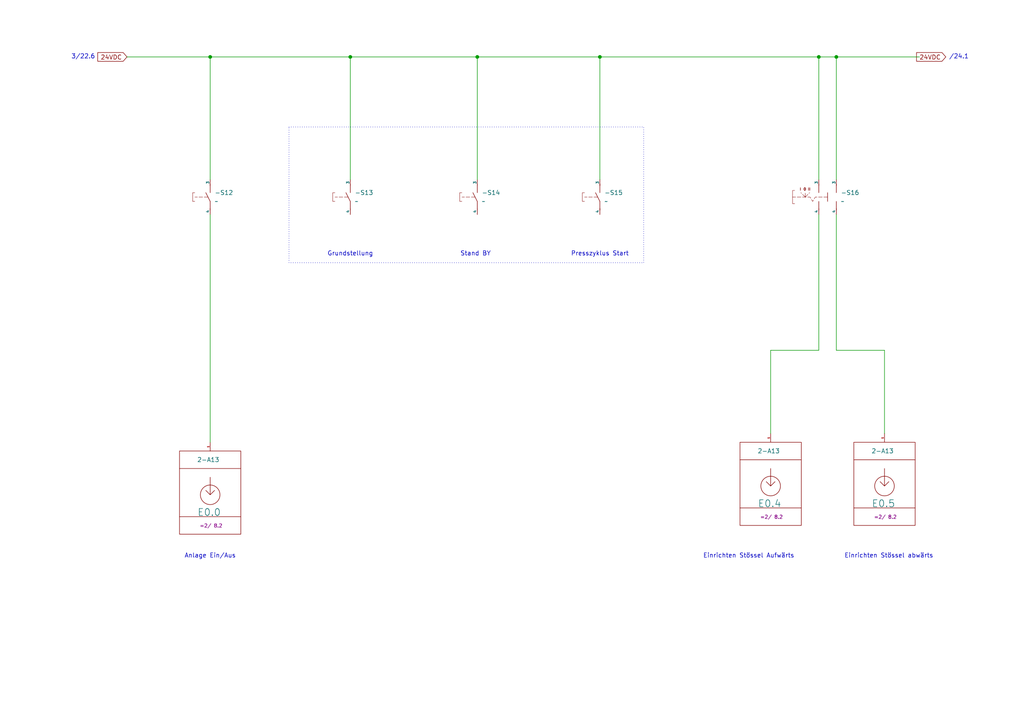
<source format=kicad_sch>
(kicad_sch (version 20250114) (generator "eeschema") (generator_version "9.0")
  (paper "A4")
  (title_block (comment 4 "11"))
  (lib_symbols
    (symbol "standart:PLC_IN_(E)" (on_board no)
      (property "Reference" "-E" (at -6.35 10.16 0))
      (property "Target" "=Gruppe/ Seite.Pfad" (at 0.254 -8.382 0))
      (symbol "PLC_IN_(E)_0_1"
        (rectangle (start -8.89 12.7) (end 8.89 -11.43))
        (polyline (pts (xy -8.89 7.62) (xy 8.89 7.62)))
        (polyline (pts (xy -8.89 -6.35) (xy 8.89 -6.35)))
        (polyline (pts (xy 0 5.08) (xy 0 0) (xy 1.27 1.27) (xy 0 0) (xy -1.27 1.27)))
        (circle (center 0 0) (radius 2.8398))
      )
      (symbol "PLC_IN_(E)_1_1"
        (pin input line (at 0 15.24 270) (length 2.54) (name "") (number "1"))
      )
    )
    (symbol "standart:Schalter_I-0-II_(S)_NO_1" (pin_numbers (hide yes)) (pin_names (offset 0))
      (property "Reference" "-S" (at -6.35 4.826 0))
      (symbol "Schalter_I-0-II_(S)_NO_1_0_1"
        (polyline (pts (xy 0 1.27) (xy 0 3.81)))
        (polyline (pts (xy 0 1.27) (xy 0 1.27)))
        (polyline (pts (xy 0 -1.27) (xy 0 -3.81)))
        (polyline (pts (xy 5.08 1.27) (xy 5.08 3.81)))
        (polyline (pts (xy 5.08 1.27) (xy 5.08 1.27)))
        (polyline (pts (xy 5.08 -1.27) (xy 5.08 -3.81)))
      )
      (symbol "Schalter_I-0-II_(S)_NO_1_1_1"
        (polyline (pts (xy -6.985 1.905) (xy -7.62 1.905) (xy -7.62 -1.905) (xy -6.985 -1.905)) (stroke (width 0.1016)))
        (polyline (pts (xy -3.937 0) (xy -5.207 1.27)) (stroke (width 0.1016) (type dash)))
        (polyline (pts (xy -3.937 0) (xy -3.937 1.27)) (stroke (width 0.1016) (type dash)))
        (polyline (pts (xy -3.937 0) (xy -2.667 1.27)) (stroke (width 0.1016) (type dash)))
        (polyline (pts (xy 2.54 0) (xy -1.016 0) (xy -1.778 -1.27) (xy -2.54 0) (xy -7.62 0)) (stroke (width 0.1016) (type dash)))
        (polyline (pts (xy 2.54 -1.27) (xy 2.54 1.27)))
        (text "I" (at -5.334 2.286 0) (effects (font (size 0.762 0.762))))
        (text "0" (at -4.064 2.286 0) (effects (font (size 0.762 0.762))))
        (text "II" (at -2.794 2.286 0) (effects (font (size 0.762 0.762))))
        (pin passive line (at 0 5.08 270) (length 1.778) (name "3") (number "3"))
        (pin passive line (at 0 -5.08 90) (length 1.778) (name "4") (number "4"))
        (pin passive line (at 5.08 5.08 270) (length 1.778) (name "3") (number "3"))
        (pin passive line (at 5.08 -5.08 90) (length 1.778) (name "4") (number "4"))
      )
    )
    (symbol "standart:Taster_(S)_NO" (pin_numbers (hide yes)) (pin_names (offset 0))
      (property "Reference" "-S" (at -7.874 5.588 0))
      (symbol "Taster_(S)_NO_0_1"
        (polyline (pts (xy 0 1.27) (xy 0 3.81)))
        (polyline (pts (xy 0 1.27) (xy 0 1.27)))
        (polyline (pts (xy 0 -1.27) (xy -1.27 1.27)))
        (polyline (pts (xy 0 -1.27) (xy 0 -3.81)))
      )
      (symbol "Taster_(S)_NO_1_1"
        (polyline (pts (xy -4.445 -1.27) (xy -5.08 -1.27) (xy -5.08 1.27) (xy -4.445 1.27)) (stroke (width 0.1016)))
        (polyline (pts (xy -0.635 0) (xy -4.445 0)) (stroke (width 0.1016) (type dash)))
        (pin passive line (at 0 5.08 270) (length 1.778) (name "3") (number "3"))
        (pin passive line (at 0 -5.08 90) (length 1.778) (name "4") (number "4"))
      )
    )
  )
  (rectangle (start 83.82 36.83) (end 186.69 76.2) (stroke (width 0) (type dot)))
  (text "/24.1" (at 278.13 16.51 0) (effects (font (size 1.27 1.27))))
  (text "3/22.6" (at 24.13 16.51 0) (effects (font (size 1.27 1.27))))
  (text "Anlage Ein/Aus" (at 60.96 161.29 0) (effects (font (size 1.27 1.27))))
  (text "Einrichten Stössel abwärts" (at 257.81 161.29 0) (effects (font (size 1.27 1.27))))
  (text "Grundstellung" (at 101.6 73.66 0) (effects (font (size 1.27 1.27))))
  (text "Einrichten Stössel Aufwärts" (at 217.17 161.29 0) (effects (font (size 1.27 1.27))))
  (text "Stand BY " (at 138.43 73.66 0) (effects (font (size 1.27 1.27))))
  (text "Presszyklus Start" (at 173.99 73.66 0) (effects (font (size 1.27 1.27))))
  (junction (at 242.57 16.51))
  (junction (at 173.99 16.51))
  (junction (at 138.43 16.51))
  (junction (at 101.6 16.51))
  (junction (at 60.96 16.51))
  (junction (at 237.49 16.51))
  (wire (pts (xy 101.6 16.51) (xy 138.43 16.51)))
  (wire (pts (xy 173.99 16.51) (xy 173.99 52.07)))
  (wire (pts (xy 237.49 16.51) (xy 242.57 16.51)))
  (wire (pts (xy 223.52 101.6) (xy 223.52 125.73)))
  (wire (pts (xy 242.57 16.51) (xy 266.7 16.51)))
  (wire (pts (xy 242.57 101.6) (xy 256.54 101.6)))
  (wire (pts (xy 101.6 16.51) (xy 101.6 52.07)))
  (wire (pts (xy 242.57 62.23) (xy 242.57 101.6)))
  (wire (pts (xy 36.83 16.51) (xy 60.96 16.51)))
  (wire (pts (xy 60.96 62.23) (xy 60.96 128.27)))
  (wire (pts (xy 237.49 16.51) (xy 237.49 52.07)))
  (wire (pts (xy 223.52 101.6) (xy 237.49 101.6)))
  (wire (pts (xy 138.43 16.51) (xy 138.43 52.07)))
  (wire (pts (xy 242.57 16.51) (xy 242.57 52.07)))
  (wire (pts (xy 237.49 62.23) (xy 237.49 101.6)))
  (wire (pts (xy 256.54 101.6) (xy 256.54 125.73)))
  (wire (pts (xy 60.96 16.51) (xy 60.96 52.07)))
  (wire (pts (xy 138.43 16.51) (xy 173.99 16.51)))
  (wire (pts (xy 173.99 16.51) (xy 237.49 16.51)))
  (wire (pts (xy 60.96 16.51) (xy 101.6 16.51)))
  (global_label "24VDC" (shape input) (at 36.83 16.51 180) (property "Intersheetrefs" "${INTERSHEET_REFS}" (effects (hide yes))))
  (global_label "24VDC" (shape input) (at 274.32 16.51 180) (property "Intersheetrefs" "${INTERSHEET_REFS}" (effects (hide yes))))
  (symbol (lib_id "standart:Taster_(S)_NO") (at 173.99 57.15 0) (unit 1)
    (property "Reference" "-S15" (at 175.26 55.8799 0) (effects (justify left)))
    (property "Value" "~" (at 175.26 58.4199 0) (effects (justify left)))
  )
  (symbol (lib_id "standart:Taster_(S)_NO") (at 138.43 57.15 0) (unit 1)
    (property "Reference" "-S14" (at 139.7 55.8799 0) (effects (justify left)))
    (property "Value" "~" (at 139.7 58.4199 0) (effects (justify left)))
  )
  (symbol (lib_id "standart:PLC_IN_(E)") (at 256.54 140.97 0) (unit 1) (on_board no)
    (property "Reference" "E0.5" (at 252.73 146.05 0) (effects (font (size 2.032 2.032)) (justify left)))
    (property "Value" "2-A13" (at 252.73 130.81 0) (effects (justify left)))
    (property "Target" "=2/ 8.2" (at 256.794 149.352 0) (effects (font (size 1.016 1.016)) (justify top)))
  )
  (symbol (lib_id "standart:Schalter_I-0-II_(S)_NO_1") (at 237.49 57.15 0) (unit 1)
    (property "Reference" "-S16" (at 243.84 55.8799 0) (effects (justify left)))
    (property "Value" "~" (at 243.84 58.4199 0) (effects (justify left)))
  )
  (symbol (lib_id "standart:PLC_IN_(E)") (at 60.96 143.51 0) (unit 1) (on_board no)
    (property "Reference" "E0.0" (at 57.15 148.59 0) (effects (font (size 2.032 2.032)) (justify left)))
    (property "Value" "2-A13" (at 57.15 133.35 0) (effects (justify left)))
    (property "Target" "=2/ 8.2" (at 61.214 151.892 0) (effects (font (size 1.016 1.016)) (justify top)))
  )
  (symbol (lib_id "standart:Taster_(S)_NO") (at 101.6 57.15 0) (unit 1)
    (property "Reference" "-S13" (at 102.87 55.8799 0) (effects (justify left)))
    (property "Value" "~" (at 102.87 58.4199 0) (effects (justify left)))
  )
  (symbol (lib_id "standart:PLC_IN_(E)") (at 223.52 140.97 0) (unit 1) (on_board no)
    (property "Reference" "E0.4" (at 219.71 146.05 0) (effects (font (size 2.032 2.032)) (justify left)))
    (property "Value" "2-A13" (at 219.71 130.81 0) (effects (justify left)))
    (property "Target" "=2/ 8.2" (at 223.774 149.352 0) (effects (font (size 1.016 1.016)) (justify top)))
  )
  (symbol (lib_id "standart:Taster_(S)_NO") (at 60.96 57.15 0) (unit 1)
    (property "Reference" "-S12" (at 62.23 55.8799 0) (effects (justify left)))
    (property "Value" "~" (at 62.23 58.4199 0) (effects (justify left)))
  )
  (sheet (at 1381.76 -5.08) (size 337.82 212.09) (stroke (width 0.1524))
    (property "Sheetname" "Vorfüllventile" (at 1381.76 -5.7916 0) (effects (justify left bottom)))
    (property "Sheetfile" "Vorfüllventile.kicad_sch" (at 1381.76 207.5946 0) (effects (justify left top)))
  )
  (sheet (at 992.632 0.508) (size 344.17 222.25) (stroke (width 0.1524))
    (property "Sheetname" "6-Fach Bedienpult +P1" (at 992.632 -0.2036 0) (effects (justify left bottom)))
    (property "Sheetfile" "6-Fach Bedienpult +P1.kicad_sch" (at 992.632 223.3426 0) (effects (justify left top)))
  )
  (sheet (at 328.93 0) (size 292.1 213.36) (stroke (width 0.1524))
    (property "Sheetname" "Eingänge S.2" (at 328.93 -0.7116 0) (effects (justify left bottom)))
    (property "Sheetfile" "Eingänge S.2.kicad_sch" (at 328.93 213.9446 0) (effects (justify left top)))
  )
  (sheet (at 639.318 2.794) (size 320.04 208.28) (stroke (width 0.1524))
    (property "Sheetname" "Ausgänge" (at 639.318 2.0824 0) (effects (justify left bottom)))
    (property "Sheetfile" "Ausgänge.kicad_sch" (at 639.318 211.6586 0) (effects (justify left top)))
  )
)
</source>
